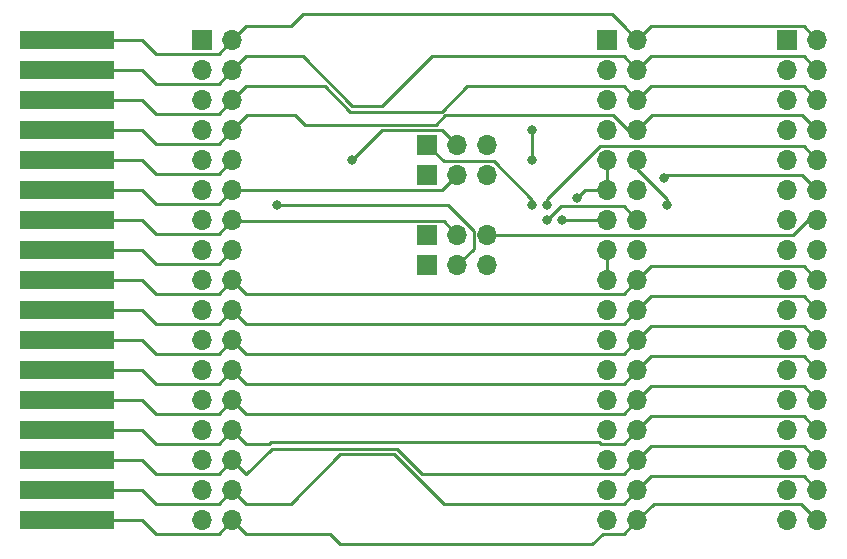
<source format=gbr>
G04 #@! TF.GenerationSoftware,KiCad,Pcbnew,6.0.7-f9a2dced07~116~ubuntu20.04.1*
G04 #@! TF.CreationDate,2022-09-08T22:16:36-07:00*
G04 #@! TF.ProjectId,morefloppy_panel,6d6f7265-666c-46f7-9070-795f70616e65,rev?*
G04 #@! TF.SameCoordinates,Original*
G04 #@! TF.FileFunction,Copper,L1,Top*
G04 #@! TF.FilePolarity,Positive*
%FSLAX46Y46*%
G04 Gerber Fmt 4.6, Leading zero omitted, Abs format (unit mm)*
G04 Created by KiCad (PCBNEW 6.0.7-f9a2dced07~116~ubuntu20.04.1) date 2022-09-08 22:16:36*
%MOMM*%
%LPD*%
G01*
G04 APERTURE LIST*
G04 #@! TA.AperFunction,ComponentPad*
%ADD10R,1.700000X1.700000*%
G04 #@! TD*
G04 #@! TA.AperFunction,ComponentPad*
%ADD11O,1.700000X1.700000*%
G04 #@! TD*
G04 #@! TA.AperFunction,ConnectorPad*
%ADD12R,8.000000X1.600000*%
G04 #@! TD*
G04 #@! TA.AperFunction,ViaPad*
%ADD13C,0.800000*%
G04 #@! TD*
G04 #@! TA.AperFunction,Conductor*
%ADD14C,0.250000*%
G04 #@! TD*
G04 APERTURE END LIST*
D10*
X151130000Y-120650000D03*
D11*
X153670000Y-120650000D03*
X156210000Y-120650000D03*
D10*
X151130000Y-118110000D03*
D11*
X153670000Y-118110000D03*
X156210000Y-118110000D03*
D10*
X151130000Y-113030000D03*
D11*
X153670000Y-113030000D03*
X156210000Y-113030000D03*
D10*
X151130000Y-110490000D03*
D11*
X153670000Y-110490000D03*
X156210000Y-110490000D03*
D12*
X120650000Y-101600000D03*
X120650000Y-104140000D03*
X120650000Y-106680000D03*
X120650000Y-109220000D03*
X120650000Y-111760000D03*
X120650000Y-114300000D03*
X120650000Y-116840000D03*
X120650000Y-119380000D03*
X120650000Y-121920000D03*
X120650000Y-124460000D03*
X120650000Y-127000000D03*
X120650000Y-129540000D03*
X120650000Y-132080000D03*
X120650000Y-134620000D03*
X120650000Y-137160000D03*
X120650000Y-139700000D03*
X120650000Y-142240000D03*
D10*
X132080000Y-101600000D03*
D11*
X134620000Y-101600000D03*
X132080000Y-104140000D03*
X134620000Y-104140000D03*
X132080000Y-106680000D03*
X134620000Y-106680000D03*
X132080000Y-109220000D03*
X134620000Y-109220000D03*
X132080000Y-111760000D03*
X134620000Y-111760000D03*
X132080000Y-114300000D03*
X134620000Y-114300000D03*
X132080000Y-116840000D03*
X134620000Y-116840000D03*
X132080000Y-119380000D03*
X134620000Y-119380000D03*
X132080000Y-121920000D03*
X134620000Y-121920000D03*
X132080000Y-124460000D03*
X134620000Y-124460000D03*
X132080000Y-127000000D03*
X134620000Y-127000000D03*
X132080000Y-129540000D03*
X134620000Y-129540000D03*
X132080000Y-132080000D03*
X134620000Y-132080000D03*
X132080000Y-134620000D03*
X134620000Y-134620000D03*
X132080000Y-137160000D03*
X134620000Y-137160000D03*
X132080000Y-139700000D03*
X134620000Y-139700000D03*
X132080000Y-142240000D03*
X134620000Y-142240000D03*
D10*
X181610000Y-101600000D03*
D11*
X184150000Y-101600000D03*
X181610000Y-104140000D03*
X184150000Y-104140000D03*
X181610000Y-106680000D03*
X184150000Y-106680000D03*
X181610000Y-109220000D03*
X184150000Y-109220000D03*
X181610000Y-111760000D03*
X184150000Y-111760000D03*
X181610000Y-114300000D03*
X184150000Y-114300000D03*
X181610000Y-116840000D03*
X184150000Y-116840000D03*
X181610000Y-119380000D03*
X184150000Y-119380000D03*
X181610000Y-121920000D03*
X184150000Y-121920000D03*
X181610000Y-124460000D03*
X184150000Y-124460000D03*
X181610000Y-127000000D03*
X184150000Y-127000000D03*
X181610000Y-129540000D03*
X184150000Y-129540000D03*
X181610000Y-132080000D03*
X184150000Y-132080000D03*
X181610000Y-134620000D03*
X184150000Y-134620000D03*
X181610000Y-137160000D03*
X184150000Y-137160000D03*
X181610000Y-139700000D03*
X184150000Y-139700000D03*
X181610000Y-142240000D03*
X184150000Y-142240000D03*
D10*
X166370000Y-101600000D03*
D11*
X168910000Y-101600000D03*
X166370000Y-104140000D03*
X168910000Y-104140000D03*
X166370000Y-106680000D03*
X168910000Y-106680000D03*
X166370000Y-109220000D03*
X168910000Y-109220000D03*
X166370000Y-111760000D03*
X168910000Y-111760000D03*
X166370000Y-114300000D03*
X168910000Y-114300000D03*
X166370000Y-116840000D03*
X168910000Y-116840000D03*
X166370000Y-119380000D03*
X168910000Y-119380000D03*
X166370000Y-121920000D03*
X168910000Y-121920000D03*
X166370000Y-124460000D03*
X168910000Y-124460000D03*
X166370000Y-127000000D03*
X168910000Y-127000000D03*
X166370000Y-129540000D03*
X168910000Y-129540000D03*
X166370000Y-132080000D03*
X168910000Y-132080000D03*
X166370000Y-134620000D03*
X168910000Y-134620000D03*
X166370000Y-137160000D03*
X168910000Y-137160000D03*
X166370000Y-139700000D03*
X168910000Y-139700000D03*
X166370000Y-142240000D03*
X168910000Y-142240000D03*
D13*
X160020000Y-109220000D03*
X160020000Y-111760000D03*
X138430000Y-115570000D03*
X144780000Y-111760000D03*
X160020000Y-115570000D03*
X161290000Y-116840000D03*
X171450000Y-115570000D03*
X161290000Y-115570000D03*
X171171848Y-113308152D03*
X163830000Y-114935000D03*
X162560000Y-116840000D03*
D14*
X160020000Y-109220000D02*
X160020000Y-111760000D01*
X120650000Y-101600000D02*
X127000000Y-101600000D01*
X127000000Y-101600000D02*
X128175001Y-102775001D01*
X170085001Y-100424999D02*
X182974999Y-100424999D01*
X134620000Y-101600000D02*
X135795001Y-100424999D01*
X168910000Y-101600000D02*
X170085001Y-100424999D01*
X140619990Y-99410010D02*
X166720010Y-99410010D01*
X166720010Y-99410010D02*
X167734999Y-100424999D01*
X133444999Y-102775001D02*
X134620000Y-101600000D01*
X128175001Y-102775001D02*
X133444999Y-102775001D01*
X182974999Y-100424999D02*
X184150000Y-101600000D01*
X167734999Y-100424999D02*
X168910000Y-101600000D01*
X135795001Y-100424999D02*
X139605001Y-100424999D01*
X139605001Y-100424999D02*
X140619990Y-99410010D01*
X133444999Y-105315001D02*
X134620000Y-104140000D01*
X144780000Y-107188000D02*
X140556999Y-102964999D01*
X182974999Y-102964999D02*
X184150000Y-104140000D01*
X128175001Y-105315001D02*
X133444999Y-105315001D01*
X167734999Y-102964999D02*
X151543001Y-102964999D01*
X140556999Y-102964999D02*
X135795001Y-102964999D01*
X170085001Y-102964999D02*
X182974999Y-102964999D01*
X120650000Y-104140000D02*
X127000000Y-104140000D01*
X151543001Y-102964999D02*
X147320000Y-107188000D01*
X147320000Y-107188000D02*
X144780000Y-107188000D01*
X168910000Y-104140000D02*
X167734999Y-102964999D01*
X127000000Y-104140000D02*
X128175001Y-105315001D01*
X135795001Y-102964999D02*
X134620000Y-104140000D01*
X168910000Y-104140000D02*
X170085001Y-102964999D01*
X152329580Y-107638010D02*
X154462591Y-105504999D01*
X154462591Y-105504999D02*
X167734999Y-105504999D01*
X128175001Y-107855001D02*
X133444999Y-107855001D01*
X120650000Y-106680000D02*
X127000000Y-106680000D01*
X168910000Y-106680000D02*
X170085001Y-105504999D01*
X167734999Y-105504999D02*
X168910000Y-106680000D01*
X135795001Y-105504999D02*
X142460589Y-105504999D01*
X133444999Y-107855001D02*
X134620000Y-106680000D01*
X127000000Y-106680000D02*
X128175001Y-107855001D01*
X142460589Y-105504999D02*
X144593600Y-107638010D01*
X182974999Y-105504999D02*
X184150000Y-106680000D01*
X144593600Y-107638010D02*
X152329580Y-107638010D01*
X170085001Y-105504999D02*
X182974999Y-105504999D01*
X134620000Y-106680000D02*
X135795001Y-105504999D01*
X151834010Y-108769990D02*
X140773990Y-108769990D01*
X168910000Y-109220000D02*
X170180000Y-107950000D01*
X127000000Y-109220000D02*
X128175001Y-110395001D01*
X133444999Y-110395001D02*
X134620000Y-109220000D01*
X166839002Y-107950000D02*
X152654000Y-107950000D01*
X182880000Y-107950000D02*
X184150000Y-109220000D01*
X139954000Y-107950000D02*
X135890000Y-107950000D01*
X120650000Y-109220000D02*
X127000000Y-109220000D01*
X128175001Y-110395001D02*
X133444999Y-110395001D01*
X166839002Y-107950000D02*
X168109002Y-109220000D01*
X140773990Y-108769990D02*
X139954000Y-107950000D01*
X170180000Y-107950000D02*
X182880000Y-107950000D01*
X134620000Y-109220000D02*
X135890000Y-107950000D01*
X152654000Y-107950000D02*
X151834010Y-108769990D01*
X168109002Y-109220000D02*
X168910000Y-109220000D01*
X128175001Y-112935001D02*
X133444999Y-112935001D01*
X152869002Y-115570000D02*
X138430000Y-115570000D01*
X155034999Y-119285001D02*
X155034999Y-117735997D01*
X155034999Y-117735997D02*
X152869002Y-115570000D01*
X120650000Y-111760000D02*
X127000000Y-111760000D01*
X133444999Y-112935001D02*
X134620000Y-111760000D01*
X153670000Y-120650000D02*
X155034999Y-119285001D01*
X127000000Y-111760000D02*
X128175001Y-112935001D01*
X153670000Y-113030000D02*
X152400000Y-114300000D01*
X127000000Y-114300000D02*
X128175001Y-115475001D01*
X128175001Y-115475001D02*
X133444999Y-115475001D01*
X120650000Y-114300000D02*
X127000000Y-114300000D01*
X152400000Y-114300000D02*
X134620000Y-114300000D01*
X133444999Y-115475001D02*
X134620000Y-114300000D01*
X128175001Y-118015001D02*
X133444999Y-118015001D01*
X133444999Y-118015001D02*
X134620000Y-116840000D01*
X152494999Y-116934999D02*
X134714999Y-116934999D01*
X153670000Y-118110000D02*
X152494999Y-116934999D01*
X127000000Y-116840000D02*
X128175001Y-118015001D01*
X134714999Y-116934999D02*
X134620000Y-116840000D01*
X120650000Y-116840000D02*
X127000000Y-116840000D01*
X120650000Y-119380000D02*
X127000000Y-119380000D01*
X133444999Y-120555001D02*
X134620000Y-119380000D01*
X152400000Y-109220000D02*
X147320000Y-109220000D01*
X153670000Y-110490000D02*
X152400000Y-109220000D01*
X128175001Y-120555001D02*
X133444999Y-120555001D01*
X127000000Y-119380000D02*
X128175001Y-120555001D01*
X147320000Y-109220000D02*
X144780000Y-111760000D01*
X127000000Y-121920000D02*
X128175001Y-123095001D01*
X135795001Y-123095001D02*
X167734999Y-123095001D01*
X182974999Y-120744999D02*
X184150000Y-121920000D01*
X167734999Y-123095001D02*
X168910000Y-121920000D01*
X134620000Y-121920000D02*
X135795001Y-123095001D01*
X120650000Y-121920000D02*
X127000000Y-121920000D01*
X168910000Y-121920000D02*
X170085001Y-120744999D01*
X133444999Y-123095001D02*
X134620000Y-121920000D01*
X170085001Y-120744999D02*
X182974999Y-120744999D01*
X128175001Y-123095001D02*
X133444999Y-123095001D01*
X128175001Y-125635001D02*
X133444999Y-125635001D01*
X120650000Y-124460000D02*
X127000000Y-124460000D01*
X170085001Y-123284999D02*
X182974999Y-123284999D01*
X168910000Y-124460000D02*
X170085001Y-123284999D01*
X133444999Y-125635001D02*
X134620000Y-124460000D01*
X135795001Y-125635001D02*
X167734999Y-125635001D01*
X127000000Y-124460000D02*
X128175001Y-125635001D01*
X134620000Y-124460000D02*
X135795001Y-125635001D01*
X167734999Y-125635001D02*
X168910000Y-124460000D01*
X182974999Y-123284999D02*
X184150000Y-124460000D01*
X127000000Y-127000000D02*
X128175001Y-128175001D01*
X134620000Y-127000000D02*
X135795001Y-128175001D01*
X168910000Y-127000000D02*
X170085001Y-125824999D01*
X135795001Y-128175001D02*
X167734999Y-128175001D01*
X182974999Y-125824999D02*
X184150000Y-127000000D01*
X133444999Y-128175001D02*
X134620000Y-127000000D01*
X170085001Y-125824999D02*
X182974999Y-125824999D01*
X167734999Y-128175001D02*
X168910000Y-127000000D01*
X128175001Y-128175001D02*
X133444999Y-128175001D01*
X120650000Y-127000000D02*
X127000000Y-127000000D01*
X167734999Y-130715001D02*
X168910000Y-129540000D01*
X170085001Y-128364999D02*
X182974999Y-128364999D01*
X182974999Y-128364999D02*
X184150000Y-129540000D01*
X168910000Y-129540000D02*
X170085001Y-128364999D01*
X135795001Y-130715001D02*
X167734999Y-130715001D01*
X133444999Y-130715001D02*
X134620000Y-129540000D01*
X134620000Y-129540000D02*
X135795001Y-130715001D01*
X127000000Y-129540000D02*
X128175001Y-130715001D01*
X120650000Y-129540000D02*
X127000000Y-129540000D01*
X128175001Y-130715001D02*
X133444999Y-130715001D01*
X168910000Y-132080000D02*
X170085001Y-130904999D01*
X128175001Y-133255001D02*
X133444999Y-133255001D01*
X133444999Y-133255001D02*
X134620000Y-132080000D01*
X170085001Y-130904999D02*
X182974999Y-130904999D01*
X167734999Y-133255001D02*
X168910000Y-132080000D01*
X120650000Y-132080000D02*
X127000000Y-132080000D01*
X182974999Y-130904999D02*
X184150000Y-132080000D01*
X127000000Y-132080000D02*
X128175001Y-133255001D01*
X135795001Y-133255001D02*
X167734999Y-133255001D01*
X134620000Y-132080000D02*
X135795001Y-133255001D01*
X128175001Y-135795001D02*
X133444999Y-135795001D01*
X167767000Y-135763000D02*
X168910000Y-134620000D01*
X134620000Y-134620000D02*
X135795001Y-135795001D01*
X165646998Y-135636000D02*
X165805999Y-135795001D01*
X137857592Y-135636000D02*
X165646998Y-135636000D01*
X168910000Y-134620000D02*
X170085001Y-133444999D01*
X133444999Y-135795001D02*
X134620000Y-134620000D01*
X135795001Y-135795001D02*
X137698591Y-135795001D01*
X167734999Y-135795001D02*
X167767000Y-135763000D01*
X127000000Y-134620000D02*
X128175001Y-135795001D01*
X137698591Y-135795001D02*
X137857592Y-135636000D01*
X182974999Y-133444999D02*
X184150000Y-134620000D01*
X170085001Y-133444999D02*
X182974999Y-133444999D01*
X120650000Y-134620000D02*
X127000000Y-134620000D01*
X165805999Y-135795001D02*
X167734999Y-135795001D01*
X128175001Y-138335001D02*
X133444999Y-138335001D01*
X167734999Y-138335001D02*
X168910000Y-137160000D01*
X168910000Y-137160000D02*
X170085001Y-135984999D01*
X167734999Y-138335001D02*
X150655411Y-138335001D01*
X134620000Y-137160000D02*
X135795001Y-138335001D01*
X170085001Y-135984999D02*
X182974999Y-135984999D01*
X150655411Y-138335001D02*
X148522400Y-136201990D01*
X120650000Y-137160000D02*
X127000000Y-137160000D01*
X182974999Y-135984999D02*
X184150000Y-137160000D01*
X137928012Y-136201990D02*
X135795001Y-138335001D01*
X148522400Y-136201990D02*
X137928012Y-136201990D01*
X127000000Y-137160000D02*
X128175001Y-138335001D01*
X133444999Y-138335001D02*
X134620000Y-137160000D01*
X182974999Y-138524999D02*
X184150000Y-139700000D01*
X168910000Y-139700000D02*
X170085001Y-138524999D01*
X170085001Y-138524999D02*
X182974999Y-138524999D01*
X135795001Y-140875001D02*
X139540999Y-140875001D01*
X128175001Y-140875001D02*
X133444999Y-140875001D01*
X139540999Y-140875001D02*
X143764000Y-136652000D01*
X127000000Y-139700000D02*
X128175001Y-140875001D01*
X148336000Y-136652000D02*
X152559001Y-140875001D01*
X120650000Y-139700000D02*
X127000000Y-139700000D01*
X152559001Y-140875001D02*
X167734999Y-140875001D01*
X167734999Y-140875001D02*
X168910000Y-139700000D01*
X133444999Y-140875001D02*
X134620000Y-139700000D01*
X143764000Y-136652000D02*
X148336000Y-136652000D01*
X134620000Y-139700000D02*
X135795001Y-140875001D01*
X134620000Y-142240000D02*
X135795001Y-143415001D01*
X167734999Y-143415001D02*
X168910000Y-142240000D01*
X133444999Y-143415001D02*
X134620000Y-142240000D01*
X127000000Y-142240000D02*
X128175001Y-143415001D01*
X135795001Y-143415001D02*
X142907001Y-143415001D01*
X165100000Y-144272000D02*
X165956999Y-143415001D01*
X142907001Y-143415001D02*
X143764000Y-144272000D01*
X128175001Y-143415001D02*
X133444999Y-143415001D01*
X170274999Y-140875001D02*
X182785001Y-140875001D01*
X143764000Y-144272000D02*
X165100000Y-144272000D01*
X165956999Y-143415001D02*
X167734999Y-143415001D01*
X182785001Y-140875001D02*
X184150000Y-142240000D01*
X168910000Y-142240000D02*
X170274999Y-140875001D01*
X120650000Y-142240000D02*
X127000000Y-142240000D01*
X152494999Y-111854999D02*
X156774001Y-111854999D01*
X151130000Y-110490000D02*
X152494999Y-111854999D01*
X160020000Y-115100998D02*
X160020000Y-115570000D01*
X156774001Y-111854999D02*
X160020000Y-115100998D01*
X167734999Y-115664999D02*
X162465001Y-115664999D01*
X162465001Y-115664999D02*
X161290000Y-116840000D01*
X168910000Y-116840000D02*
X167734999Y-115664999D01*
X171450000Y-115570000D02*
X171450000Y-115004315D01*
X168910000Y-112464315D02*
X168910000Y-111760000D01*
X171450000Y-115004315D02*
X168910000Y-112464315D01*
X161290000Y-115004315D02*
X165709316Y-110584999D01*
X182974999Y-110584999D02*
X184150000Y-111760000D01*
X165709316Y-110584999D02*
X182974999Y-110584999D01*
X161290000Y-115570000D02*
X161290000Y-115004315D01*
X171450000Y-113030000D02*
X182880000Y-113030000D01*
X182880000Y-113030000D02*
X184150000Y-114300000D01*
X171171848Y-113308152D02*
X171450000Y-113030000D01*
X156210000Y-118110000D02*
X182079002Y-118110000D01*
X182079002Y-118110000D02*
X183349002Y-116840000D01*
X183349002Y-116840000D02*
X184150000Y-116840000D01*
X166370000Y-121920000D02*
X166370000Y-119380000D01*
X166370000Y-111760000D02*
X166370000Y-114300000D01*
X166370000Y-114300000D02*
X164465000Y-114300000D01*
X166370000Y-116840000D02*
X162560000Y-116840000D01*
X164465000Y-114300000D02*
X163830000Y-114935000D01*
M02*

</source>
